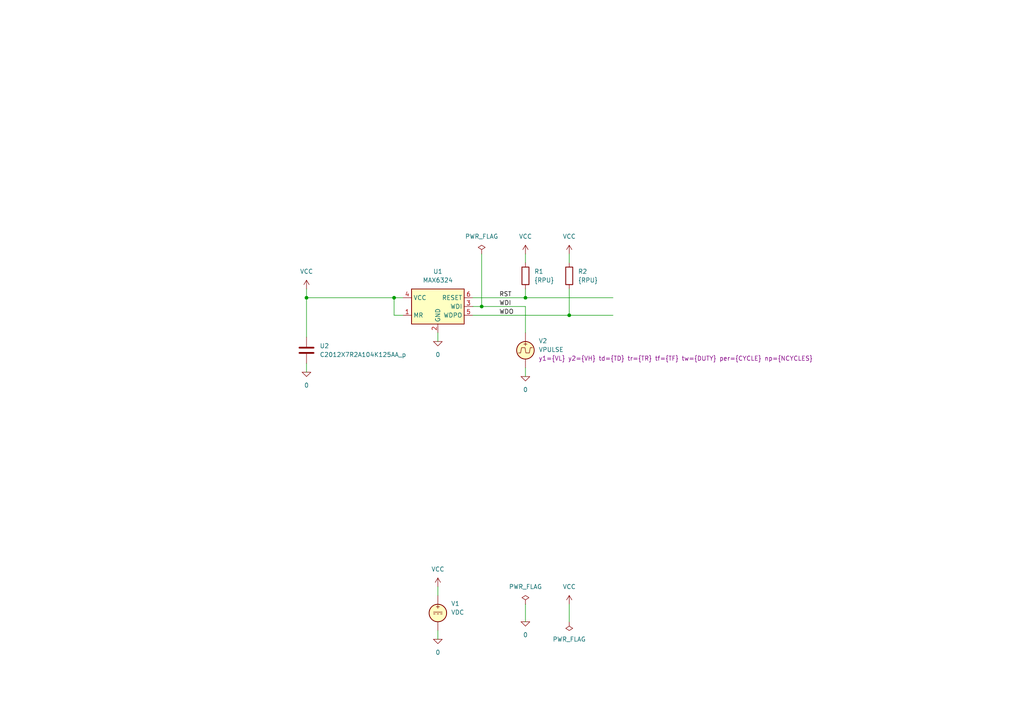
<source format=kicad_sch>
(kicad_sch
	(version 20231120)
	(generator "eeschema")
	(generator_version "8.0")
	(uuid "920b9240-2550-4726-b63e-1beb2b194d0a")
	(paper "A4")
	(title_block
		(title "µP Supervisory Circuits with Windowed Watchdog and Reset")
		(date "2024-01-17")
		(rev "2")
		(company "astroelectronic@")
		(comment 1 "-")
		(comment 2 "-")
		(comment 3 "-")
		(comment 4 "AE01022324")
	)
	(lib_symbols
		(symbol "Device:C"
			(pin_numbers hide)
			(pin_names
				(offset 0.254)
			)
			(exclude_from_sim no)
			(in_bom yes)
			(on_board yes)
			(property "Reference" "C"
				(at 0.635 2.54 0)
				(effects
					(font
						(size 1.27 1.27)
					)
					(justify left)
				)
			)
			(property "Value" "C"
				(at 0.635 -2.54 0)
				(effects
					(font
						(size 1.27 1.27)
					)
					(justify left)
				)
			)
			(property "Footprint" ""
				(at 0.9652 -3.81 0)
				(effects
					(font
						(size 1.27 1.27)
					)
					(hide yes)
				)
			)
			(property "Datasheet" "~"
				(at 0 0 0)
				(effects
					(font
						(size 1.27 1.27)
					)
					(hide yes)
				)
			)
			(property "Description" "Unpolarized capacitor"
				(at 0 0 0)
				(effects
					(font
						(size 1.27 1.27)
					)
					(hide yes)
				)
			)
			(property "ki_keywords" "cap capacitor"
				(at 0 0 0)
				(effects
					(font
						(size 1.27 1.27)
					)
					(hide yes)
				)
			)
			(property "ki_fp_filters" "C_*"
				(at 0 0 0)
				(effects
					(font
						(size 1.27 1.27)
					)
					(hide yes)
				)
			)
			(symbol "C_0_1"
				(polyline
					(pts
						(xy -2.032 -0.762) (xy 2.032 -0.762)
					)
					(stroke
						(width 0.508)
						(type default)
					)
					(fill
						(type none)
					)
				)
				(polyline
					(pts
						(xy -2.032 0.762) (xy 2.032 0.762)
					)
					(stroke
						(width 0.508)
						(type default)
					)
					(fill
						(type none)
					)
				)
			)
			(symbol "C_1_1"
				(pin passive line
					(at 0 3.81 270)
					(length 2.794)
					(name "~"
						(effects
							(font
								(size 1.27 1.27)
							)
						)
					)
					(number "1"
						(effects
							(font
								(size 1.27 1.27)
							)
						)
					)
				)
				(pin passive line
					(at 0 -3.81 90)
					(length 2.794)
					(name "~"
						(effects
							(font
								(size 1.27 1.27)
							)
						)
					)
					(number "2"
						(effects
							(font
								(size 1.27 1.27)
							)
						)
					)
				)
			)
		)
		(symbol "Device:R"
			(pin_numbers hide)
			(pin_names
				(offset 0)
			)
			(exclude_from_sim no)
			(in_bom yes)
			(on_board yes)
			(property "Reference" "R"
				(at 2.032 0 90)
				(effects
					(font
						(size 1.27 1.27)
					)
				)
			)
			(property "Value" "R"
				(at 0 0 90)
				(effects
					(font
						(size 1.27 1.27)
					)
				)
			)
			(property "Footprint" ""
				(at -1.778 0 90)
				(effects
					(font
						(size 1.27 1.27)
					)
					(hide yes)
				)
			)
			(property "Datasheet" "~"
				(at 0 0 0)
				(effects
					(font
						(size 1.27 1.27)
					)
					(hide yes)
				)
			)
			(property "Description" "Resistor"
				(at 0 0 0)
				(effects
					(font
						(size 1.27 1.27)
					)
					(hide yes)
				)
			)
			(property "ki_keywords" "R res resistor"
				(at 0 0 0)
				(effects
					(font
						(size 1.27 1.27)
					)
					(hide yes)
				)
			)
			(property "ki_fp_filters" "R_*"
				(at 0 0 0)
				(effects
					(font
						(size 1.27 1.27)
					)
					(hide yes)
				)
			)
			(symbol "R_0_1"
				(rectangle
					(start -1.016 -2.54)
					(end 1.016 2.54)
					(stroke
						(width 0.254)
						(type default)
					)
					(fill
						(type none)
					)
				)
			)
			(symbol "R_1_1"
				(pin passive line
					(at 0 3.81 270)
					(length 1.27)
					(name "~"
						(effects
							(font
								(size 1.27 1.27)
							)
						)
					)
					(number "1"
						(effects
							(font
								(size 1.27 1.27)
							)
						)
					)
				)
				(pin passive line
					(at 0 -3.81 90)
					(length 1.27)
					(name "~"
						(effects
							(font
								(size 1.27 1.27)
							)
						)
					)
					(number "2"
						(effects
							(font
								(size 1.27 1.27)
							)
						)
					)
				)
			)
		)
		(symbol "MAX6324:MAX6324"
			(exclude_from_sim no)
			(in_bom yes)
			(on_board yes)
			(property "Reference" "U"
				(at 0 8.89 0)
				(effects
					(font
						(size 1.27 1.27)
					)
				)
			)
			(property "Value" "MAX6324"
				(at 0 6.35 0)
				(effects
					(font
						(size 1.27 1.27)
					)
				)
			)
			(property "Footprint" ""
				(at 16.51 -11.43 0)
				(effects
					(font
						(size 1.27 1.27)
					)
					(hide yes)
				)
			)
			(property "Datasheet" "https://www.analog.com/en/products/max6324.html"
				(at 0 0 0)
				(effects
					(font
						(size 1.27 1.27)
					)
					(hide yes)
				)
			)
			(property "Description" "uP Supervisory Circuits with Windowed (Min/Max) Watchdog and Manual Reset "
				(at 0 0 0)
				(effects
					(font
						(size 1.27 1.27)
					)
					(hide yes)
				)
			)
			(property "ki_keywords" "simmodel"
				(at 0 0 0)
				(effects
					(font
						(size 1.27 1.27)
					)
					(hide yes)
				)
			)
			(symbol "MAX6324_0_1"
				(rectangle
					(start -7.62 5.08)
					(end 7.62 -5.08)
					(stroke
						(width 0.254)
						(type default)
					)
					(fill
						(type background)
					)
				)
			)
			(symbol "MAX6324_1_1"
				(pin passive line
					(at -10.16 -2.54 0)
					(length 2.54)
					(name "MR"
						(effects
							(font
								(size 1.27 1.27)
							)
						)
					)
					(number "1"
						(effects
							(font
								(size 1.27 1.27)
							)
						)
					)
				)
				(pin passive line
					(at 0 -7.62 90)
					(length 2.54)
					(name "GND"
						(effects
							(font
								(size 1.27 1.27)
							)
						)
					)
					(number "2"
						(effects
							(font
								(size 1.27 1.27)
							)
						)
					)
				)
				(pin passive line
					(at 10.16 0 180)
					(length 2.54)
					(name "WDI"
						(effects
							(font
								(size 1.27 1.27)
							)
						)
					)
					(number "3"
						(effects
							(font
								(size 1.27 1.27)
							)
						)
					)
				)
				(pin passive line
					(at -10.16 2.54 0)
					(length 2.54)
					(name "VCC"
						(effects
							(font
								(size 1.27 1.27)
							)
						)
					)
					(number "4"
						(effects
							(font
								(size 1.27 1.27)
							)
						)
					)
				)
				(pin passive line
					(at 10.16 -2.54 180)
					(length 2.54)
					(name "WDPO"
						(effects
							(font
								(size 1.27 1.27)
							)
						)
					)
					(number "5"
						(effects
							(font
								(size 1.27 1.27)
							)
						)
					)
				)
				(pin passive line
					(at 10.16 2.54 180)
					(length 2.54)
					(name "RESET"
						(effects
							(font
								(size 1.27 1.27)
							)
						)
					)
					(number "6"
						(effects
							(font
								(size 1.27 1.27)
							)
						)
					)
				)
			)
		)
		(symbol "Simulation_SPICE:VDC"
			(pin_numbers hide)
			(pin_names
				(offset 0.0254)
			)
			(exclude_from_sim no)
			(in_bom yes)
			(on_board yes)
			(property "Reference" "V"
				(at 2.54 2.54 0)
				(effects
					(font
						(size 1.27 1.27)
					)
					(justify left)
				)
			)
			(property "Value" "VDC"
				(at 2.54 0 0)
				(effects
					(font
						(size 1.27 1.27)
					)
					(justify left)
				)
			)
			(property "Footprint" ""
				(at 0 0 0)
				(effects
					(font
						(size 1.27 1.27)
					)
					(hide yes)
				)
			)
			(property "Datasheet" "~"
				(at 0 0 0)
				(effects
					(font
						(size 1.27 1.27)
					)
					(hide yes)
				)
			)
			(property "Description" "Voltage source, DC"
				(at 0 0 0)
				(effects
					(font
						(size 1.27 1.27)
					)
					(hide yes)
				)
			)
			(property "Spice_Netlist_Enabled" "Y"
				(at 0 0 0)
				(effects
					(font
						(size 1.27 1.27)
					)
					(justify left)
					(hide yes)
				)
			)
			(property "Spice_Primitive" "V"
				(at 0 0 0)
				(effects
					(font
						(size 1.27 1.27)
					)
					(justify left)
					(hide yes)
				)
			)
			(property "Spice_Model" "dc(1)"
				(at 2.54 -2.54 0)
				(effects
					(font
						(size 1.27 1.27)
					)
					(justify left)
				)
			)
			(property "ki_keywords" "simulation"
				(at 0 0 0)
				(effects
					(font
						(size 1.27 1.27)
					)
					(hide yes)
				)
			)
			(symbol "VDC_0_0"
				(polyline
					(pts
						(xy -1.27 0.254) (xy 1.27 0.254)
					)
					(stroke
						(width 0)
						(type default)
					)
					(fill
						(type none)
					)
				)
				(polyline
					(pts
						(xy -0.762 -0.254) (xy -1.27 -0.254)
					)
					(stroke
						(width 0)
						(type default)
					)
					(fill
						(type none)
					)
				)
				(polyline
					(pts
						(xy 0.254 -0.254) (xy -0.254 -0.254)
					)
					(stroke
						(width 0)
						(type default)
					)
					(fill
						(type none)
					)
				)
				(polyline
					(pts
						(xy 1.27 -0.254) (xy 0.762 -0.254)
					)
					(stroke
						(width 0)
						(type default)
					)
					(fill
						(type none)
					)
				)
				(text "+"
					(at 0 1.905 0)
					(effects
						(font
							(size 1.27 1.27)
						)
					)
				)
			)
			(symbol "VDC_0_1"
				(circle
					(center 0 0)
					(radius 2.54)
					(stroke
						(width 0.254)
						(type default)
					)
					(fill
						(type background)
					)
				)
			)
			(symbol "VDC_1_1"
				(pin passive line
					(at 0 5.08 270)
					(length 2.54)
					(name "~"
						(effects
							(font
								(size 1.27 1.27)
							)
						)
					)
					(number "1"
						(effects
							(font
								(size 1.27 1.27)
							)
						)
					)
				)
				(pin passive line
					(at 0 -5.08 90)
					(length 2.54)
					(name "~"
						(effects
							(font
								(size 1.27 1.27)
							)
						)
					)
					(number "2"
						(effects
							(font
								(size 1.27 1.27)
							)
						)
					)
				)
			)
		)
		(symbol "Simulation_SPICE:VPULSE"
			(pin_numbers hide)
			(pin_names
				(offset 0.0254)
			)
			(exclude_from_sim no)
			(in_bom yes)
			(on_board yes)
			(property "Reference" "V"
				(at 2.54 2.54 0)
				(effects
					(font
						(size 1.27 1.27)
					)
					(justify left)
				)
			)
			(property "Value" "VPULSE"
				(at 2.54 0 0)
				(effects
					(font
						(size 1.27 1.27)
					)
					(justify left)
				)
			)
			(property "Footprint" ""
				(at 0 0 0)
				(effects
					(font
						(size 1.27 1.27)
					)
					(hide yes)
				)
			)
			(property "Datasheet" "~"
				(at 0 0 0)
				(effects
					(font
						(size 1.27 1.27)
					)
					(hide yes)
				)
			)
			(property "Description" "Voltage source, pulse"
				(at 0 0 0)
				(effects
					(font
						(size 1.27 1.27)
					)
					(hide yes)
				)
			)
			(property "Spice_Netlist_Enabled" "Y"
				(at 0 0 0)
				(effects
					(font
						(size 1.27 1.27)
					)
					(justify left)
					(hide yes)
				)
			)
			(property "Spice_Primitive" "V"
				(at 0 0 0)
				(effects
					(font
						(size 1.27 1.27)
					)
					(justify left)
					(hide yes)
				)
			)
			(property "Spice_Model" "pulse(0 1 2n 2n 2n 50n 100n)"
				(at 2.54 -2.54 0)
				(effects
					(font
						(size 1.27 1.27)
					)
					(justify left)
				)
			)
			(property "ki_keywords" "simulation"
				(at 0 0 0)
				(effects
					(font
						(size 1.27 1.27)
					)
					(hide yes)
				)
			)
			(symbol "VPULSE_0_0"
				(polyline
					(pts
						(xy -2.032 -0.762) (xy -1.397 -0.762) (xy -1.143 0.762) (xy -0.127 0.762) (xy 0.127 -0.762) (xy 1.143 -0.762)
						(xy 1.397 0.762) (xy 2.032 0.762)
					)
					(stroke
						(width 0)
						(type default)
					)
					(fill
						(type none)
					)
				)
				(text "+"
					(at 0 1.905 0)
					(effects
						(font
							(size 1.27 1.27)
						)
					)
				)
			)
			(symbol "VPULSE_0_1"
				(circle
					(center 0 0)
					(radius 2.54)
					(stroke
						(width 0.254)
						(type default)
					)
					(fill
						(type background)
					)
				)
			)
			(symbol "VPULSE_1_1"
				(pin passive line
					(at 0 5.08 270)
					(length 2.54)
					(name "~"
						(effects
							(font
								(size 1.27 1.27)
							)
						)
					)
					(number "1"
						(effects
							(font
								(size 1.27 1.27)
							)
						)
					)
				)
				(pin passive line
					(at 0 -5.08 90)
					(length 2.54)
					(name "~"
						(effects
							(font
								(size 1.27 1.27)
							)
						)
					)
					(number "2"
						(effects
							(font
								(size 1.27 1.27)
							)
						)
					)
				)
			)
		)
		(symbol "power:PWR_FLAG"
			(power)
			(pin_numbers hide)
			(pin_names
				(offset 0) hide)
			(exclude_from_sim no)
			(in_bom yes)
			(on_board yes)
			(property "Reference" "#FLG"
				(at 0 1.905 0)
				(effects
					(font
						(size 1.27 1.27)
					)
					(hide yes)
				)
			)
			(property "Value" "PWR_FLAG"
				(at 0 3.81 0)
				(effects
					(font
						(size 1.27 1.27)
					)
				)
			)
			(property "Footprint" ""
				(at 0 0 0)
				(effects
					(font
						(size 1.27 1.27)
					)
					(hide yes)
				)
			)
			(property "Datasheet" "~"
				(at 0 0 0)
				(effects
					(font
						(size 1.27 1.27)
					)
					(hide yes)
				)
			)
			(property "Description" "Special symbol for telling ERC where power comes from"
				(at 0 0 0)
				(effects
					(font
						(size 1.27 1.27)
					)
					(hide yes)
				)
			)
			(property "ki_keywords" "flag power"
				(at 0 0 0)
				(effects
					(font
						(size 1.27 1.27)
					)
					(hide yes)
				)
			)
			(symbol "PWR_FLAG_0_0"
				(pin power_out line
					(at 0 0 90)
					(length 0)
					(name "pwr"
						(effects
							(font
								(size 1.27 1.27)
							)
						)
					)
					(number "1"
						(effects
							(font
								(size 1.27 1.27)
							)
						)
					)
				)
			)
			(symbol "PWR_FLAG_0_1"
				(polyline
					(pts
						(xy 0 0) (xy 0 1.27) (xy -1.016 1.905) (xy 0 2.54) (xy 1.016 1.905) (xy 0 1.27)
					)
					(stroke
						(width 0)
						(type default)
					)
					(fill
						(type none)
					)
				)
			)
		)
		(symbol "power:VCC"
			(power)
			(pin_names
				(offset 0)
			)
			(exclude_from_sim no)
			(in_bom yes)
			(on_board yes)
			(property "Reference" "#PWR"
				(at 0 -3.81 0)
				(effects
					(font
						(size 1.27 1.27)
					)
					(hide yes)
				)
			)
			(property "Value" "VCC"
				(at 0 3.81 0)
				(effects
					(font
						(size 1.27 1.27)
					)
				)
			)
			(property "Footprint" ""
				(at 0 0 0)
				(effects
					(font
						(size 1.27 1.27)
					)
					(hide yes)
				)
			)
			(property "Datasheet" ""
				(at 0 0 0)
				(effects
					(font
						(size 1.27 1.27)
					)
					(hide yes)
				)
			)
			(property "Description" "Power symbol creates a global label with name \"VCC\""
				(at 0 0 0)
				(effects
					(font
						(size 1.27 1.27)
					)
					(hide yes)
				)
			)
			(property "ki_keywords" "global power"
				(at 0 0 0)
				(effects
					(font
						(size 1.27 1.27)
					)
					(hide yes)
				)
			)
			(symbol "VCC_0_1"
				(polyline
					(pts
						(xy -0.762 1.27) (xy 0 2.54)
					)
					(stroke
						(width 0)
						(type default)
					)
					(fill
						(type none)
					)
				)
				(polyline
					(pts
						(xy 0 0) (xy 0 2.54)
					)
					(stroke
						(width 0)
						(type default)
					)
					(fill
						(type none)
					)
				)
				(polyline
					(pts
						(xy 0 2.54) (xy 0.762 1.27)
					)
					(stroke
						(width 0)
						(type default)
					)
					(fill
						(type none)
					)
				)
			)
			(symbol "VCC_1_1"
				(pin power_in line
					(at 0 0 90)
					(length 0) hide
					(name "VCC"
						(effects
							(font
								(size 1.27 1.27)
							)
						)
					)
					(number "1"
						(effects
							(font
								(size 1.27 1.27)
							)
						)
					)
				)
			)
		)
		(symbol "pspice:0"
			(power)
			(pin_names
				(offset 0)
			)
			(exclude_from_sim no)
			(in_bom yes)
			(on_board yes)
			(property "Reference" "#GND"
				(at 0 -2.54 0)
				(effects
					(font
						(size 1.27 1.27)
					)
					(hide yes)
				)
			)
			(property "Value" "0"
				(at 0 -1.778 0)
				(effects
					(font
						(size 1.27 1.27)
					)
				)
			)
			(property "Footprint" ""
				(at 0 0 0)
				(effects
					(font
						(size 1.27 1.27)
					)
					(hide yes)
				)
			)
			(property "Datasheet" "~"
				(at 0 0 0)
				(effects
					(font
						(size 1.27 1.27)
					)
					(hide yes)
				)
			)
			(property "Description" "0V reference potential for simulation"
				(at 0 0 0)
				(effects
					(font
						(size 1.27 1.27)
					)
					(hide yes)
				)
			)
			(property "ki_keywords" "simulation"
				(at 0 0 0)
				(effects
					(font
						(size 1.27 1.27)
					)
					(hide yes)
				)
			)
			(symbol "0_0_1"
				(polyline
					(pts
						(xy -1.27 0) (xy 0 -1.27) (xy 1.27 0) (xy -1.27 0)
					)
					(stroke
						(width 0)
						(type default)
					)
					(fill
						(type none)
					)
				)
			)
			(symbol "0_1_1"
				(pin power_in line
					(at 0 0 0)
					(length 0) hide
					(name "0"
						(effects
							(font
								(size 1.016 1.016)
							)
						)
					)
					(number "1"
						(effects
							(font
								(size 1.016 1.016)
							)
						)
					)
				)
			)
		)
	)
	(junction
		(at 139.7 88.9)
		(diameter 0)
		(color 0 0 0 0)
		(uuid "2baf81f5-2867-4b6d-b66b-999fc03cbc60")
	)
	(junction
		(at 114.3 86.36)
		(diameter 0)
		(color 0 0 0 0)
		(uuid "2bca080a-23cc-43b5-b598-8a2196f14ede")
	)
	(junction
		(at 152.4 86.36)
		(diameter 0)
		(color 0 0 0 0)
		(uuid "3a20c9ae-b502-415a-961c-435f0e391f5d")
	)
	(junction
		(at 88.9 86.36)
		(diameter 0)
		(color 0 0 0 0)
		(uuid "d135fe44-ab27-4566-bd71-a81d1e50b65d")
	)
	(junction
		(at 165.1 91.44)
		(diameter 0)
		(color 0 0 0 0)
		(uuid "efc4d16c-6155-4cae-a894-40f53d61582b")
	)
	(wire
		(pts
			(xy 88.9 86.36) (xy 88.9 83.82)
		)
		(stroke
			(width 0)
			(type default)
		)
		(uuid "38c4cef6-5b4c-4749-bfce-5b8b311c2fb5")
	)
	(wire
		(pts
			(xy 88.9 105.41) (xy 88.9 107.95)
		)
		(stroke
			(width 0)
			(type default)
		)
		(uuid "5a73a370-ba1c-40bb-996b-0c035fd9355f")
	)
	(wire
		(pts
			(xy 137.16 88.9) (xy 139.7 88.9)
		)
		(stroke
			(width 0)
			(type default)
		)
		(uuid "72ca97f6-2ccb-4afa-a2eb-a5c46b12b5d9")
	)
	(wire
		(pts
			(xy 152.4 106.68) (xy 152.4 109.22)
		)
		(stroke
			(width 0)
			(type default)
		)
		(uuid "731afa2f-76e7-4328-80e4-0ff21ff0348e")
	)
	(wire
		(pts
			(xy 88.9 86.36) (xy 114.3 86.36)
		)
		(stroke
			(width 0)
			(type default)
		)
		(uuid "7bdccead-a005-41db-a624-34bd3f648509")
	)
	(wire
		(pts
			(xy 137.16 91.44) (xy 165.1 91.44)
		)
		(stroke
			(width 0)
			(type default)
		)
		(uuid "7c84f42f-5613-477c-812b-ed114fddf9eb")
	)
	(wire
		(pts
			(xy 88.9 97.79) (xy 88.9 86.36)
		)
		(stroke
			(width 0)
			(type default)
		)
		(uuid "85c0c8b5-5abf-4039-8bd1-104fedc60be5")
	)
	(wire
		(pts
			(xy 127 96.52) (xy 127 99.06)
		)
		(stroke
			(width 0)
			(type default)
		)
		(uuid "944c0495-9f12-4e06-83a3-889dcc934dfc")
	)
	(wire
		(pts
			(xy 152.4 86.36) (xy 177.8 86.36)
		)
		(stroke
			(width 0)
			(type default)
		)
		(uuid "96101da0-3cfe-4e17-b8db-e30794cd9f75")
	)
	(wire
		(pts
			(xy 152.4 83.82) (xy 152.4 86.36)
		)
		(stroke
			(width 0)
			(type default)
		)
		(uuid "a2ad63fc-f5f1-4517-b860-42b3489b71c9")
	)
	(wire
		(pts
			(xy 165.1 175.26) (xy 165.1 180.34)
		)
		(stroke
			(width 0)
			(type default)
		)
		(uuid "a2f1b6e3-1acb-4516-becc-9440360d4d3f")
	)
	(wire
		(pts
			(xy 116.84 91.44) (xy 114.3 91.44)
		)
		(stroke
			(width 0)
			(type default)
		)
		(uuid "a4a86e1f-5add-46b6-8711-90db47c17de1")
	)
	(wire
		(pts
			(xy 165.1 83.82) (xy 165.1 91.44)
		)
		(stroke
			(width 0)
			(type default)
		)
		(uuid "ab8a4c80-9deb-4ec7-aada-5cc2eddd6344")
	)
	(wire
		(pts
			(xy 152.4 175.26) (xy 152.4 180.34)
		)
		(stroke
			(width 0)
			(type default)
		)
		(uuid "abdb663d-432e-4722-bbef-1ccc1e773803")
	)
	(wire
		(pts
			(xy 127 170.18) (xy 127 172.72)
		)
		(stroke
			(width 0)
			(type default)
		)
		(uuid "abde1a5b-492d-4897-bdff-edaa3c96ef70")
	)
	(wire
		(pts
			(xy 139.7 73.66) (xy 139.7 88.9)
		)
		(stroke
			(width 0)
			(type default)
		)
		(uuid "b45007e6-bc72-4618-89eb-b9cbf6c457b7")
	)
	(wire
		(pts
			(xy 114.3 86.36) (xy 116.84 86.36)
		)
		(stroke
			(width 0)
			(type default)
		)
		(uuid "b52c00dd-9b48-454a-8d96-46773089d743")
	)
	(wire
		(pts
			(xy 152.4 88.9) (xy 152.4 96.52)
		)
		(stroke
			(width 0)
			(type default)
		)
		(uuid "be4bab4f-b00b-45b1-8a59-edba703202b5")
	)
	(wire
		(pts
			(xy 137.16 86.36) (xy 152.4 86.36)
		)
		(stroke
			(width 0)
			(type default)
		)
		(uuid "c50526c3-5221-4e1e-a418-0918ea7ea323")
	)
	(wire
		(pts
			(xy 127 182.88) (xy 127 185.42)
		)
		(stroke
			(width 0)
			(type default)
		)
		(uuid "c8a89a76-5f30-4604-83f2-95a44c106f29")
	)
	(wire
		(pts
			(xy 114.3 86.36) (xy 114.3 91.44)
		)
		(stroke
			(width 0)
			(type default)
		)
		(uuid "ebe17f0d-4586-4b9c-9903-469408d3396b")
	)
	(wire
		(pts
			(xy 139.7 88.9) (xy 152.4 88.9)
		)
		(stroke
			(width 0)
			(type default)
		)
		(uuid "ed6813af-45fb-4df8-b1f8-1ed049f38370")
	)
	(wire
		(pts
			(xy 152.4 73.66) (xy 152.4 76.2)
		)
		(stroke
			(width 0)
			(type default)
		)
		(uuid "eee4f970-0f28-4999-9269-435873d26c7b")
	)
	(wire
		(pts
			(xy 165.1 73.66) (xy 165.1 76.2)
		)
		(stroke
			(width 0)
			(type default)
		)
		(uuid "f0573a77-1828-428e-80b4-04dfaf6211dc")
	)
	(wire
		(pts
			(xy 165.1 91.44) (xy 177.8 91.44)
		)
		(stroke
			(width 0)
			(type default)
		)
		(uuid "fbd4db83-0c8c-46a3-a48b-19386e503d59")
	)
	(label "WDO"
		(at 144.78 91.44 0)
		(fields_autoplaced yes)
		(effects
			(font
				(size 1.27 1.27)
			)
			(justify left bottom)
		)
		(uuid "25649018-7373-461e-8e51-26aee39d0246")
	)
	(label "WDI"
		(at 144.78 88.9 0)
		(fields_autoplaced yes)
		(effects
			(font
				(size 1.27 1.27)
			)
			(justify left bottom)
		)
		(uuid "ab139613-2cd1-4a30-891a-b5678e2de349")
	)
	(label "RST"
		(at 144.78 86.36 0)
		(fields_autoplaced yes)
		(effects
			(font
				(size 1.27 1.27)
			)
			(justify left bottom)
		)
		(uuid "cbd52f0d-6545-45ce-8032-aa9508cc87fe")
	)
	(symbol
		(lib_id "power:PWR_FLAG")
		(at 165.1 180.34 180)
		(unit 1)
		(exclude_from_sim no)
		(in_bom yes)
		(on_board yes)
		(dnp no)
		(fields_autoplaced yes)
		(uuid "02ba5513-1004-4f51-8a43-0f764edc62b4")
		(property "Reference" "#FLG02"
			(at 165.1 182.245 0)
			(effects
				(font
					(size 1.27 1.27)
				)
				(hide yes)
			)
		)
		(property "Value" "PWR_FLAG"
			(at 165.1 185.42 0)
			(effects
				(font
					(size 1.27 1.27)
				)
			)
		)
		(property "Footprint" ""
			(at 165.1 180.34 0)
			(effects
				(font
					(size 1.27 1.27)
				)
				(hide yes)
			)
		)
		(property "Datasheet" "~"
			(at 165.1 180.34 0)
			(effects
				(font
					(size 1.27 1.27)
				)
				(hide yes)
			)
		)
		(property "Description" ""
			(at 165.1 180.34 0)
			(effects
				(font
					(size 1.27 1.27)
				)
				(hide yes)
			)
		)
		(pin "1"
			(uuid "edd24d93-9f07-4427-a6ad-f10bc783b14a")
		)
		(instances
			(project ""
				(path "/920b9240-2550-4726-b63e-1beb2b194d0a"
					(reference "#FLG02")
					(unit 1)
				)
			)
		)
	)
	(symbol
		(lib_id "power:VCC")
		(at 88.9 83.82 0)
		(unit 1)
		(exclude_from_sim no)
		(in_bom yes)
		(on_board yes)
		(dnp no)
		(fields_autoplaced yes)
		(uuid "0525179f-2555-4918-a7dd-edc75a76a48e")
		(property "Reference" "#PWR01"
			(at 88.9 87.63 0)
			(effects
				(font
					(size 1.27 1.27)
				)
				(hide yes)
			)
		)
		(property "Value" "VCC"
			(at 88.9 78.74 0)
			(effects
				(font
					(size 1.27 1.27)
				)
			)
		)
		(property "Footprint" ""
			(at 88.9 83.82 0)
			(effects
				(font
					(size 1.27 1.27)
				)
				(hide yes)
			)
		)
		(property "Datasheet" ""
			(at 88.9 83.82 0)
			(effects
				(font
					(size 1.27 1.27)
				)
				(hide yes)
			)
		)
		(property "Description" ""
			(at 88.9 83.82 0)
			(effects
				(font
					(size 1.27 1.27)
				)
				(hide yes)
			)
		)
		(pin "1"
			(uuid "6ef3cf74-fe08-4a23-b52f-6556c3c0647c")
		)
		(instances
			(project ""
				(path "/920b9240-2550-4726-b63e-1beb2b194d0a"
					(reference "#PWR01")
					(unit 1)
				)
			)
		)
	)
	(symbol
		(lib_id "power:PWR_FLAG")
		(at 139.7 73.66 0)
		(unit 1)
		(exclude_from_sim no)
		(in_bom yes)
		(on_board yes)
		(dnp no)
		(fields_autoplaced yes)
		(uuid "20a2c15c-9181-43ac-be9e-ded311a011ce")
		(property "Reference" "#FLG03"
			(at 139.7 71.755 0)
			(effects
				(font
					(size 1.27 1.27)
				)
				(hide yes)
			)
		)
		(property "Value" "PWR_FLAG"
			(at 139.7 68.58 0)
			(effects
				(font
					(size 1.27 1.27)
				)
			)
		)
		(property "Footprint" ""
			(at 139.7 73.66 0)
			(effects
				(font
					(size 1.27 1.27)
				)
				(hide yes)
			)
		)
		(property "Datasheet" "~"
			(at 139.7 73.66 0)
			(effects
				(font
					(size 1.27 1.27)
				)
				(hide yes)
			)
		)
		(property "Description" ""
			(at 139.7 73.66 0)
			(effects
				(font
					(size 1.27 1.27)
				)
				(hide yes)
			)
		)
		(pin "1"
			(uuid "b29cb31f-ac44-46ce-b258-3448d03a67d7")
		)
		(instances
			(project ""
				(path "/920b9240-2550-4726-b63e-1beb2b194d0a"
					(reference "#FLG03")
					(unit 1)
				)
			)
		)
	)
	(symbol
		(lib_id "Device:R")
		(at 152.4 80.01 0)
		(unit 1)
		(exclude_from_sim no)
		(in_bom yes)
		(on_board yes)
		(dnp no)
		(fields_autoplaced yes)
		(uuid "2730b0b9-d129-4c77-a66c-5000471f2a2b")
		(property "Reference" "R1"
			(at 154.94 78.7399 0)
			(effects
				(font
					(size 1.27 1.27)
				)
				(justify left)
			)
		)
		(property "Value" "{RPU}"
			(at 154.94 81.2799 0)
			(effects
				(font
					(size 1.27 1.27)
				)
				(justify left)
			)
		)
		(property "Footprint" ""
			(at 150.622 80.01 90)
			(effects
				(font
					(size 1.27 1.27)
				)
				(hide yes)
			)
		)
		(property "Datasheet" "~"
			(at 152.4 80.01 0)
			(effects
				(font
					(size 1.27 1.27)
				)
				(hide yes)
			)
		)
		(property "Description" ""
			(at 152.4 80.01 0)
			(effects
				(font
					(size 1.27 1.27)
				)
				(hide yes)
			)
		)
		(pin "1"
			(uuid "f84c236d-cffd-4410-8851-58bfcb38b03d")
		)
		(pin "2"
			(uuid "3e0c84f3-7747-490d-8f60-e7c119ccb629")
		)
		(instances
			(project ""
				(path "/920b9240-2550-4726-b63e-1beb2b194d0a"
					(reference "R1")
					(unit 1)
				)
			)
		)
	)
	(symbol
		(lib_id "pspice:0")
		(at 152.4 180.34 0)
		(unit 1)
		(exclude_from_sim no)
		(in_bom yes)
		(on_board yes)
		(dnp no)
		(fields_autoplaced yes)
		(uuid "2b5cc213-5029-43aa-bd96-a9b5daa3d66b")
		(property "Reference" "#GND04"
			(at 152.4 182.88 0)
			(effects
				(font
					(size 1.27 1.27)
				)
				(hide yes)
			)
		)
		(property "Value" "0"
			(at 152.4 184.15 0)
			(effects
				(font
					(size 1.27 1.27)
				)
			)
		)
		(property "Footprint" ""
			(at 152.4 180.34 0)
			(effects
				(font
					(size 1.27 1.27)
				)
				(hide yes)
			)
		)
		(property "Datasheet" "~"
			(at 152.4 180.34 0)
			(effects
				(font
					(size 1.27 1.27)
				)
				(hide yes)
			)
		)
		(property "Description" ""
			(at 152.4 180.34 0)
			(effects
				(font
					(size 1.27 1.27)
				)
				(hide yes)
			)
		)
		(pin "1"
			(uuid "3603a810-cd25-47c4-bceb-f4cf85764d79")
		)
		(instances
			(project ""
				(path "/920b9240-2550-4726-b63e-1beb2b194d0a"
					(reference "#GND04")
					(unit 1)
				)
			)
		)
	)
	(symbol
		(lib_id "Device:C")
		(at 88.9 101.6 0)
		(unit 1)
		(exclude_from_sim no)
		(in_bom yes)
		(on_board yes)
		(dnp no)
		(fields_autoplaced yes)
		(uuid "3425a267-5ddc-4b9e-9bd9-37f6c1663e01")
		(property "Reference" "U2"
			(at 92.71 100.3299 0)
			(effects
				(font
					(size 1.27 1.27)
				)
				(justify left)
			)
		)
		(property "Value" "C2012X7R2A104K125AA_p"
			(at 92.71 102.8699 0)
			(effects
				(font
					(size 1.27 1.27)
				)
				(justify left)
			)
		)
		(property "Footprint" ""
			(at 89.8652 105.41 0)
			(effects
				(font
					(size 1.27 1.27)
				)
				(hide yes)
			)
		)
		(property "Datasheet" "~"
			(at 88.9 101.6 0)
			(effects
				(font
					(size 1.27 1.27)
				)
				(hide yes)
			)
		)
		(property "Description" ""
			(at 88.9 101.6 0)
			(effects
				(font
					(size 1.27 1.27)
				)
				(hide yes)
			)
		)
		(property "Sim.Library" "models/C2012X7R2A104K125AA_p.mod"
			(at 88.9 101.6 0)
			(effects
				(font
					(size 1.27 1.27)
				)
				(hide yes)
			)
		)
		(property "Sim.Name" "C2012X7R2A104K125AA_p"
			(at 88.9 101.6 0)
			(effects
				(font
					(size 1.27 1.27)
				)
				(hide yes)
			)
		)
		(property "Sim.Pins" "1=n1 2=n2"
			(at 0 0 0)
			(effects
				(font
					(size 1.27 1.27)
				)
				(hide yes)
			)
		)
		(pin "1"
			(uuid "e002536e-566d-47bf-b521-a182a9cbac85")
		)
		(pin "2"
			(uuid "e6605eb2-4919-42ef-8c7e-a6e8d9bc4be9")
		)
		(instances
			(project ""
				(path "/920b9240-2550-4726-b63e-1beb2b194d0a"
					(reference "U2")
					(unit 1)
				)
			)
		)
	)
	(symbol
		(lib_id "Device:R")
		(at 165.1 80.01 0)
		(unit 1)
		(exclude_from_sim no)
		(in_bom yes)
		(on_board yes)
		(dnp no)
		(fields_autoplaced yes)
		(uuid "3eb2e001-c202-4c55-acf1-95654e3c5717")
		(property "Reference" "R2"
			(at 167.64 78.7399 0)
			(effects
				(font
					(size 1.27 1.27)
				)
				(justify left)
			)
		)
		(property "Value" "{RPU}"
			(at 167.64 81.2799 0)
			(effects
				(font
					(size 1.27 1.27)
				)
				(justify left)
			)
		)
		(property "Footprint" ""
			(at 163.322 80.01 90)
			(effects
				(font
					(size 1.27 1.27)
				)
				(hide yes)
			)
		)
		(property "Datasheet" "~"
			(at 165.1 80.01 0)
			(effects
				(font
					(size 1.27 1.27)
				)
				(hide yes)
			)
		)
		(property "Description" ""
			(at 165.1 80.01 0)
			(effects
				(font
					(size 1.27 1.27)
				)
				(hide yes)
			)
		)
		(pin "1"
			(uuid "c6f24591-082c-47ee-a1f5-006d0b47c363")
		)
		(pin "2"
			(uuid "822df707-0351-4255-8f6c-e0956f5667ee")
		)
		(instances
			(project ""
				(path "/920b9240-2550-4726-b63e-1beb2b194d0a"
					(reference "R2")
					(unit 1)
				)
			)
		)
	)
	(symbol
		(lib_id "power:VCC")
		(at 165.1 175.26 0)
		(unit 1)
		(exclude_from_sim no)
		(in_bom yes)
		(on_board yes)
		(dnp no)
		(fields_autoplaced yes)
		(uuid "50864a47-5ccd-4682-b63c-8097f87db015")
		(property "Reference" "#PWR04"
			(at 165.1 179.07 0)
			(effects
				(font
					(size 1.27 1.27)
				)
				(hide yes)
			)
		)
		(property "Value" "VCC"
			(at 165.1 170.18 0)
			(effects
				(font
					(size 1.27 1.27)
				)
			)
		)
		(property "Footprint" ""
			(at 165.1 175.26 0)
			(effects
				(font
					(size 1.27 1.27)
				)
				(hide yes)
			)
		)
		(property "Datasheet" ""
			(at 165.1 175.26 0)
			(effects
				(font
					(size 1.27 1.27)
				)
				(hide yes)
			)
		)
		(property "Description" ""
			(at 165.1 175.26 0)
			(effects
				(font
					(size 1.27 1.27)
				)
				(hide yes)
			)
		)
		(pin "1"
			(uuid "06cd8682-ff7a-4825-91a1-3c1243375178")
		)
		(instances
			(project ""
				(path "/920b9240-2550-4726-b63e-1beb2b194d0a"
					(reference "#PWR04")
					(unit 1)
				)
			)
		)
	)
	(symbol
		(lib_id "power:PWR_FLAG")
		(at 152.4 175.26 0)
		(unit 1)
		(exclude_from_sim no)
		(in_bom yes)
		(on_board yes)
		(dnp no)
		(fields_autoplaced yes)
		(uuid "648cad77-e15a-4b0c-b894-ce188b15c7d5")
		(property "Reference" "#FLG01"
			(at 152.4 173.355 0)
			(effects
				(font
					(size 1.27 1.27)
				)
				(hide yes)
			)
		)
		(property "Value" "PWR_FLAG"
			(at 152.4 170.18 0)
			(effects
				(font
					(size 1.27 1.27)
				)
			)
		)
		(property "Footprint" ""
			(at 152.4 175.26 0)
			(effects
				(font
					(size 1.27 1.27)
				)
				(hide yes)
			)
		)
		(property "Datasheet" "~"
			(at 152.4 175.26 0)
			(effects
				(font
					(size 1.27 1.27)
				)
				(hide yes)
			)
		)
		(property "Description" ""
			(at 152.4 175.26 0)
			(effects
				(font
					(size 1.27 1.27)
				)
				(hide yes)
			)
		)
		(pin "1"
			(uuid "6163286d-961f-4a6f-8301-0396e310d8a0")
		)
		(instances
			(project ""
				(path "/920b9240-2550-4726-b63e-1beb2b194d0a"
					(reference "#FLG01")
					(unit 1)
				)
			)
		)
	)
	(symbol
		(lib_id "MAX6324:MAX6324")
		(at 127 88.9 0)
		(unit 1)
		(exclude_from_sim no)
		(in_bom yes)
		(on_board yes)
		(dnp no)
		(fields_autoplaced yes)
		(uuid "a519ddc2-a062-4f64-98d9-a20d4d075891")
		(property "Reference" "U1"
			(at 127 78.74 0)
			(effects
				(font
					(size 1.27 1.27)
				)
			)
		)
		(property "Value" "MAX6324"
			(at 127 81.28 0)
			(effects
				(font
					(size 1.27 1.27)
				)
			)
		)
		(property "Footprint" ""
			(at 143.51 100.33 0)
			(effects
				(font
					(size 1.27 1.27)
				)
				(hide yes)
			)
		)
		(property "Datasheet" "https://www.analog.com/en/products/max6324.html"
			(at 127 88.9 0)
			(effects
				(font
					(size 1.27 1.27)
				)
				(hide yes)
			)
		)
		(property "Description" ""
			(at 127 88.9 0)
			(effects
				(font
					(size 1.27 1.27)
				)
				(hide yes)
			)
		)
		(property "Sim.Library" "models/max6324.lib"
			(at 127 88.9 0)
			(effects
				(font
					(size 1.27 1.27)
				)
				(hide yes)
			)
		)
		(property "Sim.Name" "MAX6324"
			(at 127 88.9 0)
			(effects
				(font
					(size 1.27 1.27)
				)
				(hide yes)
			)
		)
		(property "Sim.Pins" "1=1 2=2 3=3 4=4 5=5 6=6"
			(at 0 0 0)
			(effects
				(font
					(size 1.27 1.27)
				)
				(hide yes)
			)
		)
		(pin "1"
			(uuid "88796120-88ef-4456-ac5a-5773daa4ab41")
		)
		(pin "2"
			(uuid "8a034223-4538-4032-af5b-c3473fdc5fc4")
		)
		(pin "3"
			(uuid "754cb167-d891-40a7-8cfe-c940086284b9")
		)
		(pin "4"
			(uuid "3bfb318b-f9cf-4dfe-8642-c2f3ac86f0dd")
		)
		(pin "5"
			(uuid "0a50694c-d716-4815-a25a-2aded77e1750")
		)
		(pin "6"
			(uuid "20cb609a-975f-4cfd-8f23-9bb5ac51f036")
		)
		(instances
			(project ""
				(path "/920b9240-2550-4726-b63e-1beb2b194d0a"
					(reference "U1")
					(unit 1)
				)
			)
		)
	)
	(symbol
		(lib_id "pspice:0")
		(at 127 185.42 0)
		(unit 1)
		(exclude_from_sim no)
		(in_bom yes)
		(on_board yes)
		(dnp no)
		(fields_autoplaced yes)
		(uuid "a8a4bd5b-9d0e-4a6f-ab8e-6cf4893ef8cf")
		(property "Reference" "#GND02"
			(at 127 187.96 0)
			(effects
				(font
					(size 1.27 1.27)
				)
				(hide yes)
			)
		)
		(property "Value" "0"
			(at 127 189.23 0)
			(effects
				(font
					(size 1.27 1.27)
				)
			)
		)
		(property "Footprint" ""
			(at 127 185.42 0)
			(effects
				(font
					(size 1.27 1.27)
				)
				(hide yes)
			)
		)
		(property "Datasheet" "~"
			(at 127 185.42 0)
			(effects
				(font
					(size 1.27 1.27)
				)
				(hide yes)
			)
		)
		(property "Description" ""
			(at 127 185.42 0)
			(effects
				(font
					(size 1.27 1.27)
				)
				(hide yes)
			)
		)
		(pin "1"
			(uuid "63ea57b5-9634-4b52-a7e4-cc8c1ae5f2b7")
		)
		(instances
			(project ""
				(path "/920b9240-2550-4726-b63e-1beb2b194d0a"
					(reference "#GND02")
					(unit 1)
				)
			)
		)
	)
	(symbol
		(lib_id "Simulation_SPICE:VDC")
		(at 127 177.8 0)
		(unit 1)
		(exclude_from_sim no)
		(in_bom yes)
		(on_board yes)
		(dnp no)
		(fields_autoplaced yes)
		(uuid "ad47865a-cae5-4f88-8767-e2ab9af67c84")
		(property "Reference" "V1"
			(at 130.81 175.0701 0)
			(effects
				(font
					(size 1.27 1.27)
				)
				(justify left)
			)
		)
		(property "Value" "VDC"
			(at 130.81 177.6101 0)
			(effects
				(font
					(size 1.27 1.27)
				)
				(justify left)
			)
		)
		(property "Footprint" ""
			(at 127 177.8 0)
			(effects
				(font
					(size 1.27 1.27)
				)
				(hide yes)
			)
		)
		(property "Datasheet" "~"
			(at 127 177.8 0)
			(effects
				(font
					(size 1.27 1.27)
				)
				(hide yes)
			)
		)
		(property "Description" ""
			(at 127 177.8 0)
			(effects
				(font
					(size 1.27 1.27)
				)
				(hide yes)
			)
		)
		(property "Sim.Device" "SPICE"
			(at 127 177.8 0)
			(effects
				(font
					(size 1.27 1.27)
				)
				(justify left)
				(hide yes)
			)
		)
		(property "Sim.Params" "type=\"V\" model=\"{VSOURCE}\" lib=\"\""
			(at 0 0 0)
			(effects
				(font
					(size 1.27 1.27)
				)
				(hide yes)
			)
		)
		(property "Sim.Pins" "1=1 2=2"
			(at 0 0 0)
			(effects
				(font
					(size 1.27 1.27)
				)
				(hide yes)
			)
		)
		(pin "1"
			(uuid "23520034-d4d6-4cba-b016-592ca56a984b")
		)
		(pin "2"
			(uuid "5b7335dd-2988-4b43-8135-fcc1f7000be5")
		)
		(instances
			(project ""
				(path "/920b9240-2550-4726-b63e-1beb2b194d0a"
					(reference "V1")
					(unit 1)
				)
			)
		)
	)
	(symbol
		(lib_id "power:VCC")
		(at 165.1 73.66 0)
		(unit 1)
		(exclude_from_sim no)
		(in_bom yes)
		(on_board yes)
		(dnp no)
		(fields_autoplaced yes)
		(uuid "b330e4a2-0030-426a-8164-d82d2dfd3df0")
		(property "Reference" "#PWR05"
			(at 165.1 77.47 0)
			(effects
				(font
					(size 1.27 1.27)
				)
				(hide yes)
			)
		)
		(property "Value" "VCC"
			(at 165.1 68.58 0)
			(effects
				(font
					(size 1.27 1.27)
				)
			)
		)
		(property "Footprint" ""
			(at 165.1 73.66 0)
			(effects
				(font
					(size 1.27 1.27)
				)
				(hide yes)
			)
		)
		(property "Datasheet" ""
			(at 165.1 73.66 0)
			(effects
				(font
					(size 1.27 1.27)
				)
				(hide yes)
			)
		)
		(property "Description" ""
			(at 165.1 73.66 0)
			(effects
				(font
					(size 1.27 1.27)
				)
				(hide yes)
			)
		)
		(pin "1"
			(uuid "f2ab5534-35fa-48cc-807d-e6fdf3df6fe8")
		)
		(instances
			(project ""
				(path "/920b9240-2550-4726-b63e-1beb2b194d0a"
					(reference "#PWR05")
					(unit 1)
				)
			)
		)
	)
	(symbol
		(lib_id "Simulation_SPICE:VPULSE")
		(at 152.4 101.6 0)
		(unit 1)
		(exclude_from_sim no)
		(in_bom yes)
		(on_board yes)
		(dnp no)
		(fields_autoplaced yes)
		(uuid "b5643d2f-e50c-439b-8591-265ca59fa748")
		(property "Reference" "V2"
			(at 156.21 98.8701 0)
			(effects
				(font
					(size 1.27 1.27)
				)
				(justify left)
			)
		)
		(property "Value" "VPULSE"
			(at 156.21 101.4101 0)
			(effects
				(font
					(size 1.27 1.27)
				)
				(justify left)
			)
		)
		(property "Footprint" ""
			(at 152.4 101.6 0)
			(effects
				(font
					(size 1.27 1.27)
				)
				(hide yes)
			)
		)
		(property "Datasheet" "~"
			(at 152.4 101.6 0)
			(effects
				(font
					(size 1.27 1.27)
				)
				(hide yes)
			)
		)
		(property "Description" ""
			(at 152.4 101.6 0)
			(effects
				(font
					(size 1.27 1.27)
				)
				(hide yes)
			)
		)
		(property "Sim.Device" "V"
			(at 152.4 101.6 0)
			(effects
				(font
					(size 1.27 1.27)
				)
				(justify left)
				(hide yes)
			)
		)
		(property "Sim.Type" "PULSE"
			(at 0 0 0)
			(effects
				(font
					(size 1.27 1.27)
				)
				(hide yes)
			)
		)
		(property "Sim.Params" "y1={VL} y2={VH} td={TD} tr={TR} tf={TF} tw={DUTY} per={CYCLE} np={NCYCLES}"
			(at 156.21 103.9501 0)
			(effects
				(font
					(size 1.27 1.27)
				)
				(justify left)
			)
		)
		(property "Sim.Pins" "1=+ 2=-"
			(at 0 0 0)
			(effects
				(font
					(size 1.27 1.27)
				)
				(hide yes)
			)
		)
		(pin "1"
			(uuid "3fe6a0e5-12ac-426b-a5f4-d15d3d502b30")
		)
		(pin "2"
			(uuid "2857d3c2-e576-4c65-8bcf-127d7be8025b")
		)
		(instances
			(project ""
				(path "/920b9240-2550-4726-b63e-1beb2b194d0a"
					(reference "V2")
					(unit 1)
				)
			)
		)
	)
	(symbol
		(lib_id "power:VCC")
		(at 152.4 73.66 0)
		(unit 1)
		(exclude_from_sim no)
		(in_bom yes)
		(on_board yes)
		(dnp no)
		(fields_autoplaced yes)
		(uuid "ba7ff823-8ff7-4b25-a1e3-605f27bc4462")
		(property "Reference" "#PWR03"
			(at 152.4 77.47 0)
			(effects
				(font
					(size 1.27 1.27)
				)
				(hide yes)
			)
		)
		(property "Value" "VCC"
			(at 152.4 68.58 0)
			(effects
				(font
					(size 1.27 1.27)
				)
			)
		)
		(property "Footprint" ""
			(at 152.4 73.66 0)
			(effects
				(font
					(size 1.27 1.27)
				)
				(hide yes)
			)
		)
		(property "Datasheet" ""
			(at 152.4 73.66 0)
			(effects
				(font
					(size 1.27 1.27)
				)
				(hide yes)
			)
		)
		(property "Description" ""
			(at 152.4 73.66 0)
			(effects
				(font
					(size 1.27 1.27)
				)
				(hide yes)
			)
		)
		(pin "1"
			(uuid "8b7314d1-fe67-4a1b-9196-134986420cef")
		)
		(instances
			(project ""
				(path "/920b9240-2550-4726-b63e-1beb2b194d0a"
					(reference "#PWR03")
					(unit 1)
				)
			)
		)
	)
	(symbol
		(lib_id "pspice:0")
		(at 88.9 107.95 0)
		(unit 1)
		(exclude_from_sim no)
		(in_bom yes)
		(on_board yes)
		(dnp no)
		(fields_autoplaced yes)
		(uuid "c80c4c61-d563-4ee9-a3b1-4564f153f9a8")
		(property "Reference" "#GND0101"
			(at 88.9 110.49 0)
			(effects
				(font
					(size 1.27 1.27)
				)
				(hide yes)
			)
		)
		(property "Value" "0"
			(at 88.9 111.76 0)
			(effects
				(font
					(size 1.27 1.27)
				)
			)
		)
		(property "Footprint" ""
			(at 88.9 107.95 0)
			(effects
				(font
					(size 1.27 1.27)
				)
				(hide yes)
			)
		)
		(property "Datasheet" "~"
			(at 88.9 107.95 0)
			(effects
				(font
					(size 1.27 1.27)
				)
				(hide yes)
			)
		)
		(property "Description" ""
			(at 88.9 107.95 0)
			(effects
				(font
					(size 1.27 1.27)
				)
				(hide yes)
			)
		)
		(pin "1"
			(uuid "a8f4a781-d3d3-4201-af96-dbefbc5afac1")
		)
		(instances
			(project ""
				(path "/920b9240-2550-4726-b63e-1beb2b194d0a"
					(reference "#GND0101")
					(unit 1)
				)
			)
		)
	)
	(symbol
		(lib_id "pspice:0")
		(at 152.4 109.22 0)
		(unit 1)
		(exclude_from_sim no)
		(in_bom yes)
		(on_board yes)
		(dnp no)
		(fields_autoplaced yes)
		(uuid "e8eb2fef-a18b-419c-8a81-ab2b4e57d24f")
		(property "Reference" "#GND03"
			(at 152.4 111.76 0)
			(effects
				(font
					(size 1.27 1.27)
				)
				(hide yes)
			)
		)
		(property "Value" "0"
			(at 152.4 113.03 0)
			(effects
				(font
					(size 1.27 1.27)
				)
			)
		)
		(property "Footprint" ""
			(at 152.4 109.22 0)
			(effects
				(font
					(size 1.27 1.27)
				)
				(hide yes)
			)
		)
		(property "Datasheet" "~"
			(at 152.4 109.22 0)
			(effects
				(font
					(size 1.27 1.27)
				)
				(hide yes)
			)
		)
		(property "Description" ""
			(at 152.4 109.22 0)
			(effects
				(font
					(size 1.27 1.27)
				)
				(hide yes)
			)
		)
		(pin "1"
			(uuid "500b1735-481d-4430-94cf-b7f619b5d8f0")
		)
		(instances
			(project ""
				(path "/920b9240-2550-4726-b63e-1beb2b194d0a"
					(reference "#GND03")
					(unit 1)
				)
			)
		)
	)
	(symbol
		(lib_id "power:VCC")
		(at 127 170.18 0)
		(unit 1)
		(exclude_from_sim no)
		(in_bom yes)
		(on_board yes)
		(dnp no)
		(fields_autoplaced yes)
		(uuid "f322abd6-a36a-4439-9bd0-674efda6fd3f")
		(property "Reference" "#PWR02"
			(at 127 173.99 0)
			(effects
				(font
					(size 1.27 1.27)
				)
				(hide yes)
			)
		)
		(property "Value" "VCC"
			(at 127 165.1 0)
			(effects
				(font
					(size 1.27 1.27)
				)
			)
		)
		(property "Footprint" ""
			(at 127 170.18 0)
			(effects
				(font
					(size 1.27 1.27)
				)
				(hide yes)
			)
		)
		(property "Datasheet" ""
			(at 127 170.18 0)
			(effects
				(font
					(size 1.27 1.27)
				)
				(hide yes)
			)
		)
		(property "Description" ""
			(at 127 170.18 0)
			(effects
				(font
					(size 1.27 1.27)
				)
				(hide yes)
			)
		)
		(pin "1"
			(uuid "6bc7de4b-f37e-4b0b-a93a-e612a27c9c62")
		)
		(instances
			(project ""
				(path "/920b9240-2550-4726-b63e-1beb2b194d0a"
					(reference "#PWR02")
					(unit 1)
				)
			)
		)
	)
	(symbol
		(lib_id "pspice:0")
		(at 127 99.06 0)
		(unit 1)
		(exclude_from_sim no)
		(in_bom yes)
		(on_board yes)
		(dnp no)
		(fields_autoplaced yes)
		(uuid "f5b4e4f0-5f6f-4477-b22f-6b6c7b42db8d")
		(property "Reference" "#GND01"
			(at 127 101.6 0)
			(effects
				(font
					(size 1.27 1.27)
				)
				(hide yes)
			)
		)
		(property "Value" "0"
			(at 127 102.87 0)
			(effects
				(font
					(size 1.27 1.27)
				)
			)
		)
		(property "Footprint" ""
			(at 127 99.06 0)
			(effects
				(font
					(size 1.27 1.27)
				)
				(hide yes)
			)
		)
		(property "Datasheet" "~"
			(at 127 99.06 0)
			(effects
				(font
					(size 1.27 1.27)
				)
				(hide yes)
			)
		)
		(property "Description" ""
			(at 127 99.06 0)
			(effects
				(font
					(size 1.27 1.27)
				)
				(hide yes)
			)
		)
		(pin "1"
			(uuid "4d13550b-0cd5-4c86-afc6-ac8b340998dd")
		)
		(instances
			(project ""
				(path "/920b9240-2550-4726-b63e-1beb2b194d0a"
					(reference "#GND01")
					(unit 1)
				)
			)
		)
	)
	(sheet_instances
		(path "/"
			(page "1")
		)
	)
)

</source>
